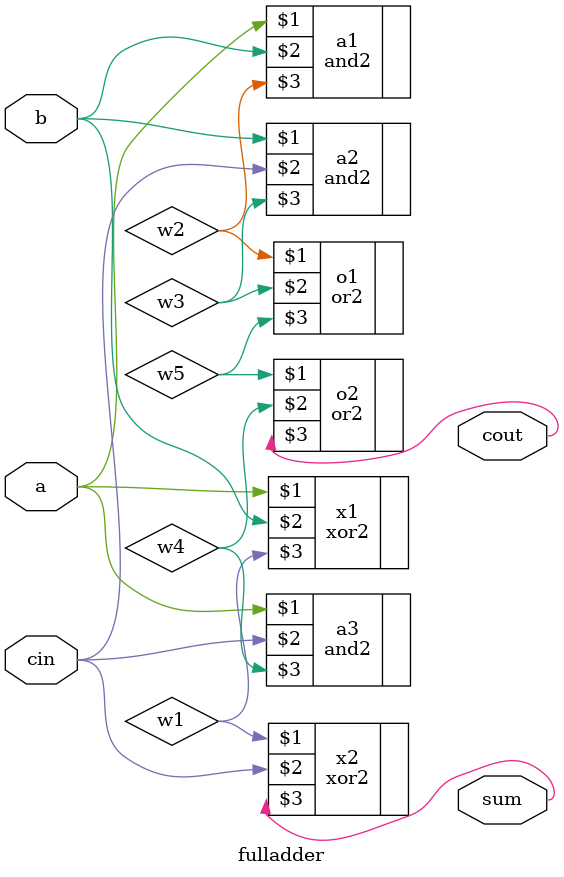
<source format=v>
module fulladder(a, b, cin, sum, cout);
    input a, b, cin;
    output sum, cout;
    wire w1, w2, w3, w4, w5;

    xor2 x1(a, b, w1);
    xor2 x2(w1, cin, sum);

    and2 a1(a, b, w2);
    and2 a2(b, cin, w3);
    and2 a3(a, cin, w4);
    or2 o1(w2, w3, w5);
    or2 o2(w5, w4, cout);
endmodule

</source>
